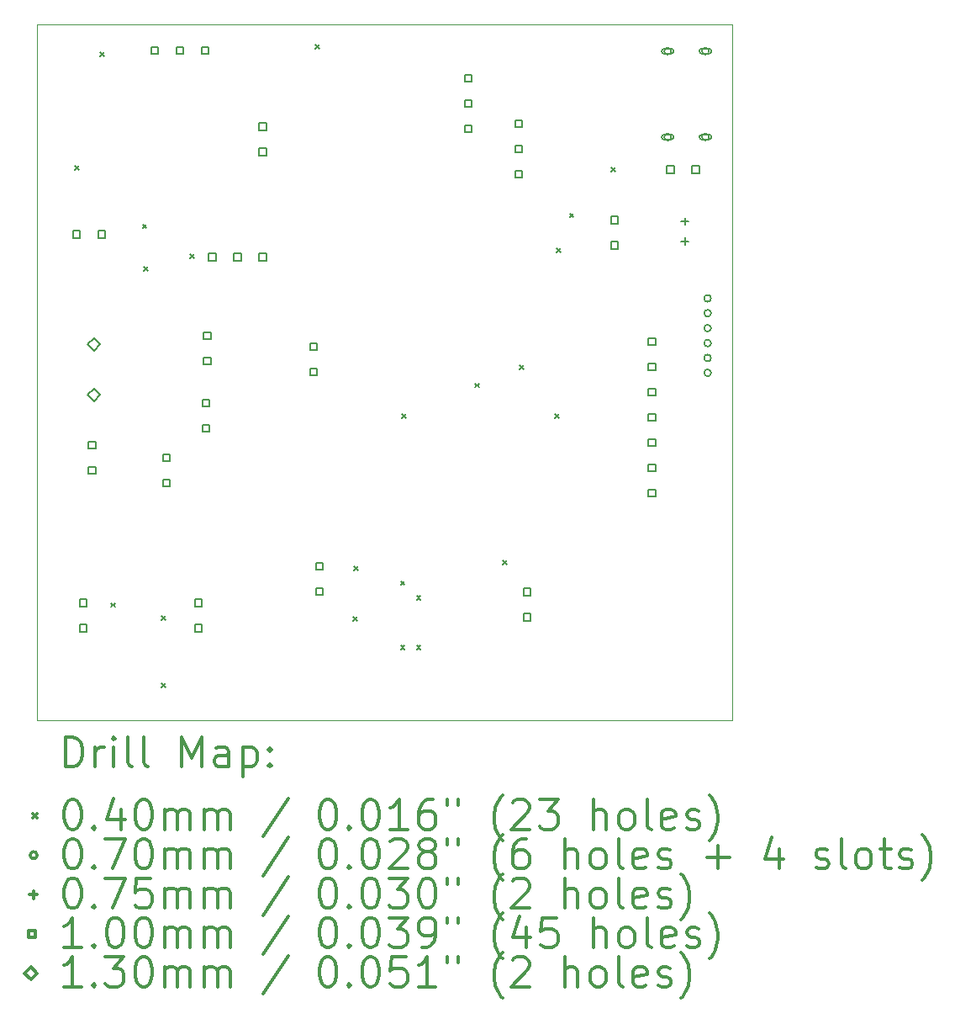
<source format=gbr>
%FSLAX45Y45*%
G04 Gerber Fmt 4.5, Leading zero omitted, Abs format (unit mm)*
G04 Created by KiCad (PCBNEW (5.1.5-0)) date 2022-02-24 14:37:57*
%MOMM*%
%LPD*%
G04 APERTURE LIST*
%TA.AperFunction,Profile*%
%ADD10C,0.050000*%
%TD*%
%ADD11C,0.200000*%
%ADD12C,0.300000*%
G04 APERTURE END LIST*
D10*
X11000000Y-12000000D02*
X11000000Y-5000000D01*
X18000000Y-12000000D02*
X11000000Y-12000000D01*
X18000000Y-5000000D02*
X18000000Y-12000000D01*
X11000000Y-5000000D02*
X18000000Y-5000000D01*
D11*
X11380000Y-6420000D02*
X11420000Y-6460000D01*
X11420000Y-6420000D02*
X11380000Y-6460000D01*
X11630000Y-5280000D02*
X11670000Y-5320000D01*
X11670000Y-5280000D02*
X11630000Y-5320000D01*
X11740000Y-10820000D02*
X11780000Y-10860000D01*
X11780000Y-10820000D02*
X11740000Y-10860000D01*
X12060000Y-7010000D02*
X12100000Y-7050000D01*
X12100000Y-7010000D02*
X12060000Y-7050000D01*
X12070000Y-7440000D02*
X12110000Y-7480000D01*
X12110000Y-7440000D02*
X12070000Y-7480000D01*
X12250000Y-10950000D02*
X12290000Y-10990000D01*
X12290000Y-10950000D02*
X12250000Y-10990000D01*
X12250000Y-11630000D02*
X12290000Y-11670000D01*
X12290000Y-11630000D02*
X12250000Y-11670000D01*
X12540000Y-7310000D02*
X12580000Y-7350000D01*
X12580000Y-7310000D02*
X12540000Y-7350000D01*
X13800000Y-5200000D02*
X13840000Y-5240000D01*
X13840000Y-5200000D02*
X13800000Y-5240000D01*
X14180000Y-10960000D02*
X14220000Y-11000000D01*
X14220000Y-10960000D02*
X14180000Y-11000000D01*
X14190000Y-10450000D02*
X14230000Y-10490000D01*
X14230000Y-10450000D02*
X14190000Y-10490000D01*
X14660000Y-10600000D02*
X14700000Y-10640000D01*
X14700000Y-10600000D02*
X14660000Y-10640000D01*
X14660000Y-11250000D02*
X14700000Y-11290000D01*
X14700000Y-11250000D02*
X14660000Y-11290000D01*
X14670000Y-8920000D02*
X14710000Y-8960000D01*
X14710000Y-8920000D02*
X14670000Y-8960000D01*
X14820000Y-10750000D02*
X14860000Y-10790000D01*
X14860000Y-10750000D02*
X14820000Y-10790000D01*
X14820000Y-11250000D02*
X14860000Y-11290000D01*
X14860000Y-11250000D02*
X14820000Y-11290000D01*
X15410000Y-8610000D02*
X15450000Y-8650000D01*
X15450000Y-8610000D02*
X15410000Y-8650000D01*
X15690000Y-10390000D02*
X15730000Y-10430000D01*
X15730000Y-10390000D02*
X15690000Y-10430000D01*
X15860000Y-8430000D02*
X15900000Y-8470000D01*
X15900000Y-8430000D02*
X15860000Y-8470000D01*
X16210000Y-8920000D02*
X16250000Y-8960000D01*
X16250000Y-8920000D02*
X16210000Y-8960000D01*
X16230000Y-7250000D02*
X16270000Y-7290000D01*
X16270000Y-7250000D02*
X16230000Y-7290000D01*
X16360000Y-6900000D02*
X16400000Y-6940000D01*
X16400000Y-6900000D02*
X16360000Y-6940000D01*
X16780000Y-6440000D02*
X16820000Y-6480000D01*
X16820000Y-6440000D02*
X16780000Y-6480000D01*
X17382500Y-5268000D02*
G75*
G03X17382500Y-5268000I-35000J0D01*
G01*
X17312450Y-5293000D02*
X17382550Y-5293000D01*
X17312450Y-5243000D02*
X17382550Y-5243000D01*
X17382550Y-5293000D02*
G75*
G03X17382550Y-5243000I0J25000D01*
G01*
X17312450Y-5243000D02*
G75*
G03X17312450Y-5293000I0J-25000D01*
G01*
X17382500Y-6132000D02*
G75*
G03X17382500Y-6132000I-35000J0D01*
G01*
X17312450Y-6157000D02*
X17382550Y-6157000D01*
X17312450Y-6107000D02*
X17382550Y-6107000D01*
X17382550Y-6157000D02*
G75*
G03X17382550Y-6107000I0J25000D01*
G01*
X17312450Y-6107000D02*
G75*
G03X17312450Y-6157000I0J-25000D01*
G01*
X17762500Y-5268000D02*
G75*
G03X17762500Y-5268000I-35000J0D01*
G01*
X17692450Y-5293000D02*
X17762550Y-5293000D01*
X17692450Y-5243000D02*
X17762550Y-5243000D01*
X17762550Y-5293000D02*
G75*
G03X17762550Y-5243000I0J25000D01*
G01*
X17692450Y-5243000D02*
G75*
G03X17692450Y-5293000I0J-25000D01*
G01*
X17762500Y-6132000D02*
G75*
G03X17762500Y-6132000I-35000J0D01*
G01*
X17692450Y-6157000D02*
X17762550Y-6157000D01*
X17692450Y-6107000D02*
X17762550Y-6107000D01*
X17762550Y-6157000D02*
G75*
G03X17762550Y-6107000I0J25000D01*
G01*
X17692450Y-6107000D02*
G75*
G03X17692450Y-6157000I0J-25000D01*
G01*
X17785000Y-7755000D02*
G75*
G03X17785000Y-7755000I-35000J0D01*
G01*
X17785000Y-7905000D02*
G75*
G03X17785000Y-7905000I-35000J0D01*
G01*
X17785000Y-8055000D02*
G75*
G03X17785000Y-8055000I-35000J0D01*
G01*
X17785000Y-8205000D02*
G75*
G03X17785000Y-8205000I-35000J0D01*
G01*
X17785000Y-8355000D02*
G75*
G03X17785000Y-8355000I-35000J0D01*
G01*
X17785000Y-8505000D02*
G75*
G03X17785000Y-8505000I-35000J0D01*
G01*
X17520000Y-6942500D02*
X17520000Y-7017500D01*
X17482500Y-6980000D02*
X17557500Y-6980000D01*
X17520000Y-7142500D02*
X17520000Y-7217500D01*
X17482500Y-7180000D02*
X17557500Y-7180000D01*
X12335356Y-9395356D02*
X12335356Y-9324644D01*
X12264644Y-9324644D01*
X12264644Y-9395356D01*
X12335356Y-9395356D01*
X12335356Y-9649356D02*
X12335356Y-9578644D01*
X12264644Y-9578644D01*
X12264644Y-9649356D01*
X12335356Y-9649356D01*
X16845356Y-7001356D02*
X16845356Y-6930644D01*
X16774644Y-6930644D01*
X16774644Y-7001356D01*
X16845356Y-7001356D01*
X16845356Y-7255356D02*
X16845356Y-7184644D01*
X16774644Y-7184644D01*
X16774644Y-7255356D01*
X16845356Y-7255356D01*
X13305356Y-6061356D02*
X13305356Y-5990644D01*
X13234644Y-5990644D01*
X13234644Y-6061356D01*
X13305356Y-6061356D01*
X13305356Y-6315356D02*
X13305356Y-6244644D01*
X13234644Y-6244644D01*
X13234644Y-6315356D01*
X13305356Y-6315356D01*
X17225356Y-8225356D02*
X17225356Y-8154644D01*
X17154644Y-8154644D01*
X17154644Y-8225356D01*
X17225356Y-8225356D01*
X17225356Y-8479356D02*
X17225356Y-8408644D01*
X17154644Y-8408644D01*
X17154644Y-8479356D01*
X17225356Y-8479356D01*
X17225356Y-8733356D02*
X17225356Y-8662644D01*
X17154644Y-8662644D01*
X17154644Y-8733356D01*
X17225356Y-8733356D01*
X17225356Y-8987356D02*
X17225356Y-8916644D01*
X17154644Y-8916644D01*
X17154644Y-8987356D01*
X17225356Y-8987356D01*
X17225356Y-9241356D02*
X17225356Y-9170644D01*
X17154644Y-9170644D01*
X17154644Y-9241356D01*
X17225356Y-9241356D01*
X17225356Y-9495356D02*
X17225356Y-9424644D01*
X17154644Y-9424644D01*
X17154644Y-9495356D01*
X17225356Y-9495356D01*
X17225356Y-9749356D02*
X17225356Y-9678644D01*
X17154644Y-9678644D01*
X17154644Y-9749356D01*
X17225356Y-9749356D01*
X12215356Y-5295356D02*
X12215356Y-5224644D01*
X12144644Y-5224644D01*
X12144644Y-5295356D01*
X12215356Y-5295356D01*
X12469356Y-5295356D02*
X12469356Y-5224644D01*
X12398644Y-5224644D01*
X12398644Y-5295356D01*
X12469356Y-5295356D01*
X12723356Y-5295356D02*
X12723356Y-5224644D01*
X12652644Y-5224644D01*
X12652644Y-5295356D01*
X12723356Y-5295356D01*
X11431356Y-7145356D02*
X11431356Y-7074644D01*
X11360644Y-7074644D01*
X11360644Y-7145356D01*
X11431356Y-7145356D01*
X11685356Y-7145356D02*
X11685356Y-7074644D01*
X11614644Y-7074644D01*
X11614644Y-7145356D01*
X11685356Y-7145356D01*
X17411356Y-6495356D02*
X17411356Y-6424644D01*
X17340644Y-6424644D01*
X17340644Y-6495356D01*
X17411356Y-6495356D01*
X17665356Y-6495356D02*
X17665356Y-6424644D01*
X17594644Y-6424644D01*
X17594644Y-6495356D01*
X17665356Y-6495356D01*
X11585356Y-9265356D02*
X11585356Y-9194644D01*
X11514644Y-9194644D01*
X11514644Y-9265356D01*
X11585356Y-9265356D01*
X11585356Y-9519356D02*
X11585356Y-9448644D01*
X11514644Y-9448644D01*
X11514644Y-9519356D01*
X11585356Y-9519356D01*
X13815356Y-8275356D02*
X13815356Y-8204644D01*
X13744644Y-8204644D01*
X13744644Y-8275356D01*
X13815356Y-8275356D01*
X13815356Y-8529356D02*
X13815356Y-8458644D01*
X13744644Y-8458644D01*
X13744644Y-8529356D01*
X13815356Y-8529356D01*
X13875356Y-10485356D02*
X13875356Y-10414644D01*
X13804644Y-10414644D01*
X13804644Y-10485356D01*
X13875356Y-10485356D01*
X13875356Y-10739356D02*
X13875356Y-10668644D01*
X13804644Y-10668644D01*
X13804644Y-10739356D01*
X13875356Y-10739356D01*
X11495356Y-10855356D02*
X11495356Y-10784644D01*
X11424644Y-10784644D01*
X11424644Y-10855356D01*
X11495356Y-10855356D01*
X11495356Y-11109356D02*
X11495356Y-11038644D01*
X11424644Y-11038644D01*
X11424644Y-11109356D01*
X11495356Y-11109356D01*
X15375356Y-5575356D02*
X15375356Y-5504644D01*
X15304644Y-5504644D01*
X15304644Y-5575356D01*
X15375356Y-5575356D01*
X15375356Y-5829356D02*
X15375356Y-5758644D01*
X15304644Y-5758644D01*
X15304644Y-5829356D01*
X15375356Y-5829356D01*
X15375356Y-6083356D02*
X15375356Y-6012644D01*
X15304644Y-6012644D01*
X15304644Y-6083356D01*
X15375356Y-6083356D01*
X15885356Y-6035356D02*
X15885356Y-5964644D01*
X15814644Y-5964644D01*
X15814644Y-6035356D01*
X15885356Y-6035356D01*
X15885356Y-6289356D02*
X15885356Y-6218644D01*
X15814644Y-6218644D01*
X15814644Y-6289356D01*
X15885356Y-6289356D01*
X15885356Y-6543356D02*
X15885356Y-6472644D01*
X15814644Y-6472644D01*
X15814644Y-6543356D01*
X15885356Y-6543356D01*
X12795356Y-7375356D02*
X12795356Y-7304644D01*
X12724644Y-7304644D01*
X12724644Y-7375356D01*
X12795356Y-7375356D01*
X13049356Y-7375356D02*
X13049356Y-7304644D01*
X12978644Y-7304644D01*
X12978644Y-7375356D01*
X13049356Y-7375356D01*
X13303356Y-7375356D02*
X13303356Y-7304644D01*
X13232644Y-7304644D01*
X13232644Y-7375356D01*
X13303356Y-7375356D01*
X12655356Y-10855356D02*
X12655356Y-10784644D01*
X12584644Y-10784644D01*
X12584644Y-10855356D01*
X12655356Y-10855356D01*
X12655356Y-11109356D02*
X12655356Y-11038644D01*
X12584644Y-11038644D01*
X12584644Y-11109356D01*
X12655356Y-11109356D01*
X12735356Y-8845356D02*
X12735356Y-8774644D01*
X12664644Y-8774644D01*
X12664644Y-8845356D01*
X12735356Y-8845356D01*
X12735356Y-9099356D02*
X12735356Y-9028644D01*
X12664644Y-9028644D01*
X12664644Y-9099356D01*
X12735356Y-9099356D01*
X12745356Y-8165356D02*
X12745356Y-8094644D01*
X12674644Y-8094644D01*
X12674644Y-8165356D01*
X12745356Y-8165356D01*
X12745356Y-8419356D02*
X12745356Y-8348644D01*
X12674644Y-8348644D01*
X12674644Y-8419356D01*
X12745356Y-8419356D01*
X15965356Y-10745356D02*
X15965356Y-10674644D01*
X15894644Y-10674644D01*
X15894644Y-10745356D01*
X15965356Y-10745356D01*
X15965356Y-10999356D02*
X15965356Y-10928644D01*
X15894644Y-10928644D01*
X15894644Y-10999356D01*
X15965356Y-10999356D01*
X11570000Y-8285000D02*
X11635000Y-8220000D01*
X11570000Y-8155000D01*
X11505000Y-8220000D01*
X11570000Y-8285000D01*
X11570000Y-8793000D02*
X11635000Y-8728000D01*
X11570000Y-8663000D01*
X11505000Y-8728000D01*
X11570000Y-8793000D01*
D12*
X11283928Y-12468214D02*
X11283928Y-12168214D01*
X11355357Y-12168214D01*
X11398214Y-12182500D01*
X11426786Y-12211071D01*
X11441071Y-12239643D01*
X11455357Y-12296786D01*
X11455357Y-12339643D01*
X11441071Y-12396786D01*
X11426786Y-12425357D01*
X11398214Y-12453929D01*
X11355357Y-12468214D01*
X11283928Y-12468214D01*
X11583928Y-12468214D02*
X11583928Y-12268214D01*
X11583928Y-12325357D02*
X11598214Y-12296786D01*
X11612500Y-12282500D01*
X11641071Y-12268214D01*
X11669643Y-12268214D01*
X11769643Y-12468214D02*
X11769643Y-12268214D01*
X11769643Y-12168214D02*
X11755357Y-12182500D01*
X11769643Y-12196786D01*
X11783928Y-12182500D01*
X11769643Y-12168214D01*
X11769643Y-12196786D01*
X11955357Y-12468214D02*
X11926786Y-12453929D01*
X11912500Y-12425357D01*
X11912500Y-12168214D01*
X12112500Y-12468214D02*
X12083928Y-12453929D01*
X12069643Y-12425357D01*
X12069643Y-12168214D01*
X12455357Y-12468214D02*
X12455357Y-12168214D01*
X12555357Y-12382500D01*
X12655357Y-12168214D01*
X12655357Y-12468214D01*
X12926786Y-12468214D02*
X12926786Y-12311071D01*
X12912500Y-12282500D01*
X12883928Y-12268214D01*
X12826786Y-12268214D01*
X12798214Y-12282500D01*
X12926786Y-12453929D02*
X12898214Y-12468214D01*
X12826786Y-12468214D01*
X12798214Y-12453929D01*
X12783928Y-12425357D01*
X12783928Y-12396786D01*
X12798214Y-12368214D01*
X12826786Y-12353929D01*
X12898214Y-12353929D01*
X12926786Y-12339643D01*
X13069643Y-12268214D02*
X13069643Y-12568214D01*
X13069643Y-12282500D02*
X13098214Y-12268214D01*
X13155357Y-12268214D01*
X13183928Y-12282500D01*
X13198214Y-12296786D01*
X13212500Y-12325357D01*
X13212500Y-12411071D01*
X13198214Y-12439643D01*
X13183928Y-12453929D01*
X13155357Y-12468214D01*
X13098214Y-12468214D01*
X13069643Y-12453929D01*
X13341071Y-12439643D02*
X13355357Y-12453929D01*
X13341071Y-12468214D01*
X13326786Y-12453929D01*
X13341071Y-12439643D01*
X13341071Y-12468214D01*
X13341071Y-12282500D02*
X13355357Y-12296786D01*
X13341071Y-12311071D01*
X13326786Y-12296786D01*
X13341071Y-12282500D01*
X13341071Y-12311071D01*
X10957500Y-12942500D02*
X10997500Y-12982500D01*
X10997500Y-12942500D02*
X10957500Y-12982500D01*
X11341071Y-12798214D02*
X11369643Y-12798214D01*
X11398214Y-12812500D01*
X11412500Y-12826786D01*
X11426786Y-12855357D01*
X11441071Y-12912500D01*
X11441071Y-12983929D01*
X11426786Y-13041071D01*
X11412500Y-13069643D01*
X11398214Y-13083929D01*
X11369643Y-13098214D01*
X11341071Y-13098214D01*
X11312500Y-13083929D01*
X11298214Y-13069643D01*
X11283928Y-13041071D01*
X11269643Y-12983929D01*
X11269643Y-12912500D01*
X11283928Y-12855357D01*
X11298214Y-12826786D01*
X11312500Y-12812500D01*
X11341071Y-12798214D01*
X11569643Y-13069643D02*
X11583928Y-13083929D01*
X11569643Y-13098214D01*
X11555357Y-13083929D01*
X11569643Y-13069643D01*
X11569643Y-13098214D01*
X11841071Y-12898214D02*
X11841071Y-13098214D01*
X11769643Y-12783929D02*
X11698214Y-12998214D01*
X11883928Y-12998214D01*
X12055357Y-12798214D02*
X12083928Y-12798214D01*
X12112500Y-12812500D01*
X12126786Y-12826786D01*
X12141071Y-12855357D01*
X12155357Y-12912500D01*
X12155357Y-12983929D01*
X12141071Y-13041071D01*
X12126786Y-13069643D01*
X12112500Y-13083929D01*
X12083928Y-13098214D01*
X12055357Y-13098214D01*
X12026786Y-13083929D01*
X12012500Y-13069643D01*
X11998214Y-13041071D01*
X11983928Y-12983929D01*
X11983928Y-12912500D01*
X11998214Y-12855357D01*
X12012500Y-12826786D01*
X12026786Y-12812500D01*
X12055357Y-12798214D01*
X12283928Y-13098214D02*
X12283928Y-12898214D01*
X12283928Y-12926786D02*
X12298214Y-12912500D01*
X12326786Y-12898214D01*
X12369643Y-12898214D01*
X12398214Y-12912500D01*
X12412500Y-12941071D01*
X12412500Y-13098214D01*
X12412500Y-12941071D02*
X12426786Y-12912500D01*
X12455357Y-12898214D01*
X12498214Y-12898214D01*
X12526786Y-12912500D01*
X12541071Y-12941071D01*
X12541071Y-13098214D01*
X12683928Y-13098214D02*
X12683928Y-12898214D01*
X12683928Y-12926786D02*
X12698214Y-12912500D01*
X12726786Y-12898214D01*
X12769643Y-12898214D01*
X12798214Y-12912500D01*
X12812500Y-12941071D01*
X12812500Y-13098214D01*
X12812500Y-12941071D02*
X12826786Y-12912500D01*
X12855357Y-12898214D01*
X12898214Y-12898214D01*
X12926786Y-12912500D01*
X12941071Y-12941071D01*
X12941071Y-13098214D01*
X13526786Y-12783929D02*
X13269643Y-13169643D01*
X13912500Y-12798214D02*
X13941071Y-12798214D01*
X13969643Y-12812500D01*
X13983928Y-12826786D01*
X13998214Y-12855357D01*
X14012500Y-12912500D01*
X14012500Y-12983929D01*
X13998214Y-13041071D01*
X13983928Y-13069643D01*
X13969643Y-13083929D01*
X13941071Y-13098214D01*
X13912500Y-13098214D01*
X13883928Y-13083929D01*
X13869643Y-13069643D01*
X13855357Y-13041071D01*
X13841071Y-12983929D01*
X13841071Y-12912500D01*
X13855357Y-12855357D01*
X13869643Y-12826786D01*
X13883928Y-12812500D01*
X13912500Y-12798214D01*
X14141071Y-13069643D02*
X14155357Y-13083929D01*
X14141071Y-13098214D01*
X14126786Y-13083929D01*
X14141071Y-13069643D01*
X14141071Y-13098214D01*
X14341071Y-12798214D02*
X14369643Y-12798214D01*
X14398214Y-12812500D01*
X14412500Y-12826786D01*
X14426786Y-12855357D01*
X14441071Y-12912500D01*
X14441071Y-12983929D01*
X14426786Y-13041071D01*
X14412500Y-13069643D01*
X14398214Y-13083929D01*
X14369643Y-13098214D01*
X14341071Y-13098214D01*
X14312500Y-13083929D01*
X14298214Y-13069643D01*
X14283928Y-13041071D01*
X14269643Y-12983929D01*
X14269643Y-12912500D01*
X14283928Y-12855357D01*
X14298214Y-12826786D01*
X14312500Y-12812500D01*
X14341071Y-12798214D01*
X14726786Y-13098214D02*
X14555357Y-13098214D01*
X14641071Y-13098214D02*
X14641071Y-12798214D01*
X14612500Y-12841071D01*
X14583928Y-12869643D01*
X14555357Y-12883929D01*
X14983928Y-12798214D02*
X14926786Y-12798214D01*
X14898214Y-12812500D01*
X14883928Y-12826786D01*
X14855357Y-12869643D01*
X14841071Y-12926786D01*
X14841071Y-13041071D01*
X14855357Y-13069643D01*
X14869643Y-13083929D01*
X14898214Y-13098214D01*
X14955357Y-13098214D01*
X14983928Y-13083929D01*
X14998214Y-13069643D01*
X15012500Y-13041071D01*
X15012500Y-12969643D01*
X14998214Y-12941071D01*
X14983928Y-12926786D01*
X14955357Y-12912500D01*
X14898214Y-12912500D01*
X14869643Y-12926786D01*
X14855357Y-12941071D01*
X14841071Y-12969643D01*
X15126786Y-12798214D02*
X15126786Y-12855357D01*
X15241071Y-12798214D02*
X15241071Y-12855357D01*
X15683928Y-13212500D02*
X15669643Y-13198214D01*
X15641071Y-13155357D01*
X15626786Y-13126786D01*
X15612500Y-13083929D01*
X15598214Y-13012500D01*
X15598214Y-12955357D01*
X15612500Y-12883929D01*
X15626786Y-12841071D01*
X15641071Y-12812500D01*
X15669643Y-12769643D01*
X15683928Y-12755357D01*
X15783928Y-12826786D02*
X15798214Y-12812500D01*
X15826786Y-12798214D01*
X15898214Y-12798214D01*
X15926786Y-12812500D01*
X15941071Y-12826786D01*
X15955357Y-12855357D01*
X15955357Y-12883929D01*
X15941071Y-12926786D01*
X15769643Y-13098214D01*
X15955357Y-13098214D01*
X16055357Y-12798214D02*
X16241071Y-12798214D01*
X16141071Y-12912500D01*
X16183928Y-12912500D01*
X16212500Y-12926786D01*
X16226786Y-12941071D01*
X16241071Y-12969643D01*
X16241071Y-13041071D01*
X16226786Y-13069643D01*
X16212500Y-13083929D01*
X16183928Y-13098214D01*
X16098214Y-13098214D01*
X16069643Y-13083929D01*
X16055357Y-13069643D01*
X16598214Y-13098214D02*
X16598214Y-12798214D01*
X16726786Y-13098214D02*
X16726786Y-12941071D01*
X16712500Y-12912500D01*
X16683928Y-12898214D01*
X16641071Y-12898214D01*
X16612500Y-12912500D01*
X16598214Y-12926786D01*
X16912500Y-13098214D02*
X16883928Y-13083929D01*
X16869643Y-13069643D01*
X16855357Y-13041071D01*
X16855357Y-12955357D01*
X16869643Y-12926786D01*
X16883928Y-12912500D01*
X16912500Y-12898214D01*
X16955357Y-12898214D01*
X16983928Y-12912500D01*
X16998214Y-12926786D01*
X17012500Y-12955357D01*
X17012500Y-13041071D01*
X16998214Y-13069643D01*
X16983928Y-13083929D01*
X16955357Y-13098214D01*
X16912500Y-13098214D01*
X17183928Y-13098214D02*
X17155357Y-13083929D01*
X17141071Y-13055357D01*
X17141071Y-12798214D01*
X17412500Y-13083929D02*
X17383928Y-13098214D01*
X17326786Y-13098214D01*
X17298214Y-13083929D01*
X17283928Y-13055357D01*
X17283928Y-12941071D01*
X17298214Y-12912500D01*
X17326786Y-12898214D01*
X17383928Y-12898214D01*
X17412500Y-12912500D01*
X17426786Y-12941071D01*
X17426786Y-12969643D01*
X17283928Y-12998214D01*
X17541071Y-13083929D02*
X17569643Y-13098214D01*
X17626786Y-13098214D01*
X17655357Y-13083929D01*
X17669643Y-13055357D01*
X17669643Y-13041071D01*
X17655357Y-13012500D01*
X17626786Y-12998214D01*
X17583928Y-12998214D01*
X17555357Y-12983929D01*
X17541071Y-12955357D01*
X17541071Y-12941071D01*
X17555357Y-12912500D01*
X17583928Y-12898214D01*
X17626786Y-12898214D01*
X17655357Y-12912500D01*
X17769643Y-13212500D02*
X17783928Y-13198214D01*
X17812500Y-13155357D01*
X17826786Y-13126786D01*
X17841071Y-13083929D01*
X17855357Y-13012500D01*
X17855357Y-12955357D01*
X17841071Y-12883929D01*
X17826786Y-12841071D01*
X17812500Y-12812500D01*
X17783928Y-12769643D01*
X17769643Y-12755357D01*
X10997500Y-13358500D02*
G75*
G03X10997500Y-13358500I-35000J0D01*
G01*
X11341071Y-13194214D02*
X11369643Y-13194214D01*
X11398214Y-13208500D01*
X11412500Y-13222786D01*
X11426786Y-13251357D01*
X11441071Y-13308500D01*
X11441071Y-13379929D01*
X11426786Y-13437071D01*
X11412500Y-13465643D01*
X11398214Y-13479929D01*
X11369643Y-13494214D01*
X11341071Y-13494214D01*
X11312500Y-13479929D01*
X11298214Y-13465643D01*
X11283928Y-13437071D01*
X11269643Y-13379929D01*
X11269643Y-13308500D01*
X11283928Y-13251357D01*
X11298214Y-13222786D01*
X11312500Y-13208500D01*
X11341071Y-13194214D01*
X11569643Y-13465643D02*
X11583928Y-13479929D01*
X11569643Y-13494214D01*
X11555357Y-13479929D01*
X11569643Y-13465643D01*
X11569643Y-13494214D01*
X11683928Y-13194214D02*
X11883928Y-13194214D01*
X11755357Y-13494214D01*
X12055357Y-13194214D02*
X12083928Y-13194214D01*
X12112500Y-13208500D01*
X12126786Y-13222786D01*
X12141071Y-13251357D01*
X12155357Y-13308500D01*
X12155357Y-13379929D01*
X12141071Y-13437071D01*
X12126786Y-13465643D01*
X12112500Y-13479929D01*
X12083928Y-13494214D01*
X12055357Y-13494214D01*
X12026786Y-13479929D01*
X12012500Y-13465643D01*
X11998214Y-13437071D01*
X11983928Y-13379929D01*
X11983928Y-13308500D01*
X11998214Y-13251357D01*
X12012500Y-13222786D01*
X12026786Y-13208500D01*
X12055357Y-13194214D01*
X12283928Y-13494214D02*
X12283928Y-13294214D01*
X12283928Y-13322786D02*
X12298214Y-13308500D01*
X12326786Y-13294214D01*
X12369643Y-13294214D01*
X12398214Y-13308500D01*
X12412500Y-13337071D01*
X12412500Y-13494214D01*
X12412500Y-13337071D02*
X12426786Y-13308500D01*
X12455357Y-13294214D01*
X12498214Y-13294214D01*
X12526786Y-13308500D01*
X12541071Y-13337071D01*
X12541071Y-13494214D01*
X12683928Y-13494214D02*
X12683928Y-13294214D01*
X12683928Y-13322786D02*
X12698214Y-13308500D01*
X12726786Y-13294214D01*
X12769643Y-13294214D01*
X12798214Y-13308500D01*
X12812500Y-13337071D01*
X12812500Y-13494214D01*
X12812500Y-13337071D02*
X12826786Y-13308500D01*
X12855357Y-13294214D01*
X12898214Y-13294214D01*
X12926786Y-13308500D01*
X12941071Y-13337071D01*
X12941071Y-13494214D01*
X13526786Y-13179929D02*
X13269643Y-13565643D01*
X13912500Y-13194214D02*
X13941071Y-13194214D01*
X13969643Y-13208500D01*
X13983928Y-13222786D01*
X13998214Y-13251357D01*
X14012500Y-13308500D01*
X14012500Y-13379929D01*
X13998214Y-13437071D01*
X13983928Y-13465643D01*
X13969643Y-13479929D01*
X13941071Y-13494214D01*
X13912500Y-13494214D01*
X13883928Y-13479929D01*
X13869643Y-13465643D01*
X13855357Y-13437071D01*
X13841071Y-13379929D01*
X13841071Y-13308500D01*
X13855357Y-13251357D01*
X13869643Y-13222786D01*
X13883928Y-13208500D01*
X13912500Y-13194214D01*
X14141071Y-13465643D02*
X14155357Y-13479929D01*
X14141071Y-13494214D01*
X14126786Y-13479929D01*
X14141071Y-13465643D01*
X14141071Y-13494214D01*
X14341071Y-13194214D02*
X14369643Y-13194214D01*
X14398214Y-13208500D01*
X14412500Y-13222786D01*
X14426786Y-13251357D01*
X14441071Y-13308500D01*
X14441071Y-13379929D01*
X14426786Y-13437071D01*
X14412500Y-13465643D01*
X14398214Y-13479929D01*
X14369643Y-13494214D01*
X14341071Y-13494214D01*
X14312500Y-13479929D01*
X14298214Y-13465643D01*
X14283928Y-13437071D01*
X14269643Y-13379929D01*
X14269643Y-13308500D01*
X14283928Y-13251357D01*
X14298214Y-13222786D01*
X14312500Y-13208500D01*
X14341071Y-13194214D01*
X14555357Y-13222786D02*
X14569643Y-13208500D01*
X14598214Y-13194214D01*
X14669643Y-13194214D01*
X14698214Y-13208500D01*
X14712500Y-13222786D01*
X14726786Y-13251357D01*
X14726786Y-13279929D01*
X14712500Y-13322786D01*
X14541071Y-13494214D01*
X14726786Y-13494214D01*
X14898214Y-13322786D02*
X14869643Y-13308500D01*
X14855357Y-13294214D01*
X14841071Y-13265643D01*
X14841071Y-13251357D01*
X14855357Y-13222786D01*
X14869643Y-13208500D01*
X14898214Y-13194214D01*
X14955357Y-13194214D01*
X14983928Y-13208500D01*
X14998214Y-13222786D01*
X15012500Y-13251357D01*
X15012500Y-13265643D01*
X14998214Y-13294214D01*
X14983928Y-13308500D01*
X14955357Y-13322786D01*
X14898214Y-13322786D01*
X14869643Y-13337071D01*
X14855357Y-13351357D01*
X14841071Y-13379929D01*
X14841071Y-13437071D01*
X14855357Y-13465643D01*
X14869643Y-13479929D01*
X14898214Y-13494214D01*
X14955357Y-13494214D01*
X14983928Y-13479929D01*
X14998214Y-13465643D01*
X15012500Y-13437071D01*
X15012500Y-13379929D01*
X14998214Y-13351357D01*
X14983928Y-13337071D01*
X14955357Y-13322786D01*
X15126786Y-13194214D02*
X15126786Y-13251357D01*
X15241071Y-13194214D02*
X15241071Y-13251357D01*
X15683928Y-13608500D02*
X15669643Y-13594214D01*
X15641071Y-13551357D01*
X15626786Y-13522786D01*
X15612500Y-13479929D01*
X15598214Y-13408500D01*
X15598214Y-13351357D01*
X15612500Y-13279929D01*
X15626786Y-13237071D01*
X15641071Y-13208500D01*
X15669643Y-13165643D01*
X15683928Y-13151357D01*
X15926786Y-13194214D02*
X15869643Y-13194214D01*
X15841071Y-13208500D01*
X15826786Y-13222786D01*
X15798214Y-13265643D01*
X15783928Y-13322786D01*
X15783928Y-13437071D01*
X15798214Y-13465643D01*
X15812500Y-13479929D01*
X15841071Y-13494214D01*
X15898214Y-13494214D01*
X15926786Y-13479929D01*
X15941071Y-13465643D01*
X15955357Y-13437071D01*
X15955357Y-13365643D01*
X15941071Y-13337071D01*
X15926786Y-13322786D01*
X15898214Y-13308500D01*
X15841071Y-13308500D01*
X15812500Y-13322786D01*
X15798214Y-13337071D01*
X15783928Y-13365643D01*
X16312500Y-13494214D02*
X16312500Y-13194214D01*
X16441071Y-13494214D02*
X16441071Y-13337071D01*
X16426786Y-13308500D01*
X16398214Y-13294214D01*
X16355357Y-13294214D01*
X16326786Y-13308500D01*
X16312500Y-13322786D01*
X16626786Y-13494214D02*
X16598214Y-13479929D01*
X16583928Y-13465643D01*
X16569643Y-13437071D01*
X16569643Y-13351357D01*
X16583928Y-13322786D01*
X16598214Y-13308500D01*
X16626786Y-13294214D01*
X16669643Y-13294214D01*
X16698214Y-13308500D01*
X16712500Y-13322786D01*
X16726786Y-13351357D01*
X16726786Y-13437071D01*
X16712500Y-13465643D01*
X16698214Y-13479929D01*
X16669643Y-13494214D01*
X16626786Y-13494214D01*
X16898214Y-13494214D02*
X16869643Y-13479929D01*
X16855357Y-13451357D01*
X16855357Y-13194214D01*
X17126786Y-13479929D02*
X17098214Y-13494214D01*
X17041071Y-13494214D01*
X17012500Y-13479929D01*
X16998214Y-13451357D01*
X16998214Y-13337071D01*
X17012500Y-13308500D01*
X17041071Y-13294214D01*
X17098214Y-13294214D01*
X17126786Y-13308500D01*
X17141071Y-13337071D01*
X17141071Y-13365643D01*
X16998214Y-13394214D01*
X17255357Y-13479929D02*
X17283928Y-13494214D01*
X17341071Y-13494214D01*
X17369643Y-13479929D01*
X17383928Y-13451357D01*
X17383928Y-13437071D01*
X17369643Y-13408500D01*
X17341071Y-13394214D01*
X17298214Y-13394214D01*
X17269643Y-13379929D01*
X17255357Y-13351357D01*
X17255357Y-13337071D01*
X17269643Y-13308500D01*
X17298214Y-13294214D01*
X17341071Y-13294214D01*
X17369643Y-13308500D01*
X17741071Y-13379929D02*
X17969643Y-13379929D01*
X17855357Y-13494214D02*
X17855357Y-13265643D01*
X18469643Y-13294214D02*
X18469643Y-13494214D01*
X18398214Y-13179929D02*
X18326786Y-13394214D01*
X18512500Y-13394214D01*
X18841071Y-13479929D02*
X18869643Y-13494214D01*
X18926786Y-13494214D01*
X18955357Y-13479929D01*
X18969643Y-13451357D01*
X18969643Y-13437071D01*
X18955357Y-13408500D01*
X18926786Y-13394214D01*
X18883928Y-13394214D01*
X18855357Y-13379929D01*
X18841071Y-13351357D01*
X18841071Y-13337071D01*
X18855357Y-13308500D01*
X18883928Y-13294214D01*
X18926786Y-13294214D01*
X18955357Y-13308500D01*
X19141071Y-13494214D02*
X19112500Y-13479929D01*
X19098214Y-13451357D01*
X19098214Y-13194214D01*
X19298214Y-13494214D02*
X19269643Y-13479929D01*
X19255357Y-13465643D01*
X19241071Y-13437071D01*
X19241071Y-13351357D01*
X19255357Y-13322786D01*
X19269643Y-13308500D01*
X19298214Y-13294214D01*
X19341071Y-13294214D01*
X19369643Y-13308500D01*
X19383928Y-13322786D01*
X19398214Y-13351357D01*
X19398214Y-13437071D01*
X19383928Y-13465643D01*
X19369643Y-13479929D01*
X19341071Y-13494214D01*
X19298214Y-13494214D01*
X19483928Y-13294214D02*
X19598214Y-13294214D01*
X19526786Y-13194214D02*
X19526786Y-13451357D01*
X19541071Y-13479929D01*
X19569643Y-13494214D01*
X19598214Y-13494214D01*
X19683928Y-13479929D02*
X19712500Y-13494214D01*
X19769643Y-13494214D01*
X19798214Y-13479929D01*
X19812500Y-13451357D01*
X19812500Y-13437071D01*
X19798214Y-13408500D01*
X19769643Y-13394214D01*
X19726786Y-13394214D01*
X19698214Y-13379929D01*
X19683928Y-13351357D01*
X19683928Y-13337071D01*
X19698214Y-13308500D01*
X19726786Y-13294214D01*
X19769643Y-13294214D01*
X19798214Y-13308500D01*
X19912500Y-13608500D02*
X19926786Y-13594214D01*
X19955357Y-13551357D01*
X19969643Y-13522786D01*
X19983928Y-13479929D01*
X19998214Y-13408500D01*
X19998214Y-13351357D01*
X19983928Y-13279929D01*
X19969643Y-13237071D01*
X19955357Y-13208500D01*
X19926786Y-13165643D01*
X19912500Y-13151357D01*
X10960000Y-13717000D02*
X10960000Y-13792000D01*
X10922500Y-13754500D02*
X10997500Y-13754500D01*
X11341071Y-13590214D02*
X11369643Y-13590214D01*
X11398214Y-13604500D01*
X11412500Y-13618786D01*
X11426786Y-13647357D01*
X11441071Y-13704500D01*
X11441071Y-13775929D01*
X11426786Y-13833071D01*
X11412500Y-13861643D01*
X11398214Y-13875929D01*
X11369643Y-13890214D01*
X11341071Y-13890214D01*
X11312500Y-13875929D01*
X11298214Y-13861643D01*
X11283928Y-13833071D01*
X11269643Y-13775929D01*
X11269643Y-13704500D01*
X11283928Y-13647357D01*
X11298214Y-13618786D01*
X11312500Y-13604500D01*
X11341071Y-13590214D01*
X11569643Y-13861643D02*
X11583928Y-13875929D01*
X11569643Y-13890214D01*
X11555357Y-13875929D01*
X11569643Y-13861643D01*
X11569643Y-13890214D01*
X11683928Y-13590214D02*
X11883928Y-13590214D01*
X11755357Y-13890214D01*
X12141071Y-13590214D02*
X11998214Y-13590214D01*
X11983928Y-13733071D01*
X11998214Y-13718786D01*
X12026786Y-13704500D01*
X12098214Y-13704500D01*
X12126786Y-13718786D01*
X12141071Y-13733071D01*
X12155357Y-13761643D01*
X12155357Y-13833071D01*
X12141071Y-13861643D01*
X12126786Y-13875929D01*
X12098214Y-13890214D01*
X12026786Y-13890214D01*
X11998214Y-13875929D01*
X11983928Y-13861643D01*
X12283928Y-13890214D02*
X12283928Y-13690214D01*
X12283928Y-13718786D02*
X12298214Y-13704500D01*
X12326786Y-13690214D01*
X12369643Y-13690214D01*
X12398214Y-13704500D01*
X12412500Y-13733071D01*
X12412500Y-13890214D01*
X12412500Y-13733071D02*
X12426786Y-13704500D01*
X12455357Y-13690214D01*
X12498214Y-13690214D01*
X12526786Y-13704500D01*
X12541071Y-13733071D01*
X12541071Y-13890214D01*
X12683928Y-13890214D02*
X12683928Y-13690214D01*
X12683928Y-13718786D02*
X12698214Y-13704500D01*
X12726786Y-13690214D01*
X12769643Y-13690214D01*
X12798214Y-13704500D01*
X12812500Y-13733071D01*
X12812500Y-13890214D01*
X12812500Y-13733071D02*
X12826786Y-13704500D01*
X12855357Y-13690214D01*
X12898214Y-13690214D01*
X12926786Y-13704500D01*
X12941071Y-13733071D01*
X12941071Y-13890214D01*
X13526786Y-13575929D02*
X13269643Y-13961643D01*
X13912500Y-13590214D02*
X13941071Y-13590214D01*
X13969643Y-13604500D01*
X13983928Y-13618786D01*
X13998214Y-13647357D01*
X14012500Y-13704500D01*
X14012500Y-13775929D01*
X13998214Y-13833071D01*
X13983928Y-13861643D01*
X13969643Y-13875929D01*
X13941071Y-13890214D01*
X13912500Y-13890214D01*
X13883928Y-13875929D01*
X13869643Y-13861643D01*
X13855357Y-13833071D01*
X13841071Y-13775929D01*
X13841071Y-13704500D01*
X13855357Y-13647357D01*
X13869643Y-13618786D01*
X13883928Y-13604500D01*
X13912500Y-13590214D01*
X14141071Y-13861643D02*
X14155357Y-13875929D01*
X14141071Y-13890214D01*
X14126786Y-13875929D01*
X14141071Y-13861643D01*
X14141071Y-13890214D01*
X14341071Y-13590214D02*
X14369643Y-13590214D01*
X14398214Y-13604500D01*
X14412500Y-13618786D01*
X14426786Y-13647357D01*
X14441071Y-13704500D01*
X14441071Y-13775929D01*
X14426786Y-13833071D01*
X14412500Y-13861643D01*
X14398214Y-13875929D01*
X14369643Y-13890214D01*
X14341071Y-13890214D01*
X14312500Y-13875929D01*
X14298214Y-13861643D01*
X14283928Y-13833071D01*
X14269643Y-13775929D01*
X14269643Y-13704500D01*
X14283928Y-13647357D01*
X14298214Y-13618786D01*
X14312500Y-13604500D01*
X14341071Y-13590214D01*
X14541071Y-13590214D02*
X14726786Y-13590214D01*
X14626786Y-13704500D01*
X14669643Y-13704500D01*
X14698214Y-13718786D01*
X14712500Y-13733071D01*
X14726786Y-13761643D01*
X14726786Y-13833071D01*
X14712500Y-13861643D01*
X14698214Y-13875929D01*
X14669643Y-13890214D01*
X14583928Y-13890214D01*
X14555357Y-13875929D01*
X14541071Y-13861643D01*
X14912500Y-13590214D02*
X14941071Y-13590214D01*
X14969643Y-13604500D01*
X14983928Y-13618786D01*
X14998214Y-13647357D01*
X15012500Y-13704500D01*
X15012500Y-13775929D01*
X14998214Y-13833071D01*
X14983928Y-13861643D01*
X14969643Y-13875929D01*
X14941071Y-13890214D01*
X14912500Y-13890214D01*
X14883928Y-13875929D01*
X14869643Y-13861643D01*
X14855357Y-13833071D01*
X14841071Y-13775929D01*
X14841071Y-13704500D01*
X14855357Y-13647357D01*
X14869643Y-13618786D01*
X14883928Y-13604500D01*
X14912500Y-13590214D01*
X15126786Y-13590214D02*
X15126786Y-13647357D01*
X15241071Y-13590214D02*
X15241071Y-13647357D01*
X15683928Y-14004500D02*
X15669643Y-13990214D01*
X15641071Y-13947357D01*
X15626786Y-13918786D01*
X15612500Y-13875929D01*
X15598214Y-13804500D01*
X15598214Y-13747357D01*
X15612500Y-13675929D01*
X15626786Y-13633071D01*
X15641071Y-13604500D01*
X15669643Y-13561643D01*
X15683928Y-13547357D01*
X15783928Y-13618786D02*
X15798214Y-13604500D01*
X15826786Y-13590214D01*
X15898214Y-13590214D01*
X15926786Y-13604500D01*
X15941071Y-13618786D01*
X15955357Y-13647357D01*
X15955357Y-13675929D01*
X15941071Y-13718786D01*
X15769643Y-13890214D01*
X15955357Y-13890214D01*
X16312500Y-13890214D02*
X16312500Y-13590214D01*
X16441071Y-13890214D02*
X16441071Y-13733071D01*
X16426786Y-13704500D01*
X16398214Y-13690214D01*
X16355357Y-13690214D01*
X16326786Y-13704500D01*
X16312500Y-13718786D01*
X16626786Y-13890214D02*
X16598214Y-13875929D01*
X16583928Y-13861643D01*
X16569643Y-13833071D01*
X16569643Y-13747357D01*
X16583928Y-13718786D01*
X16598214Y-13704500D01*
X16626786Y-13690214D01*
X16669643Y-13690214D01*
X16698214Y-13704500D01*
X16712500Y-13718786D01*
X16726786Y-13747357D01*
X16726786Y-13833071D01*
X16712500Y-13861643D01*
X16698214Y-13875929D01*
X16669643Y-13890214D01*
X16626786Y-13890214D01*
X16898214Y-13890214D02*
X16869643Y-13875929D01*
X16855357Y-13847357D01*
X16855357Y-13590214D01*
X17126786Y-13875929D02*
X17098214Y-13890214D01*
X17041071Y-13890214D01*
X17012500Y-13875929D01*
X16998214Y-13847357D01*
X16998214Y-13733071D01*
X17012500Y-13704500D01*
X17041071Y-13690214D01*
X17098214Y-13690214D01*
X17126786Y-13704500D01*
X17141071Y-13733071D01*
X17141071Y-13761643D01*
X16998214Y-13790214D01*
X17255357Y-13875929D02*
X17283928Y-13890214D01*
X17341071Y-13890214D01*
X17369643Y-13875929D01*
X17383928Y-13847357D01*
X17383928Y-13833071D01*
X17369643Y-13804500D01*
X17341071Y-13790214D01*
X17298214Y-13790214D01*
X17269643Y-13775929D01*
X17255357Y-13747357D01*
X17255357Y-13733071D01*
X17269643Y-13704500D01*
X17298214Y-13690214D01*
X17341071Y-13690214D01*
X17369643Y-13704500D01*
X17483928Y-14004500D02*
X17498214Y-13990214D01*
X17526786Y-13947357D01*
X17541071Y-13918786D01*
X17555357Y-13875929D01*
X17569643Y-13804500D01*
X17569643Y-13747357D01*
X17555357Y-13675929D01*
X17541071Y-13633071D01*
X17526786Y-13604500D01*
X17498214Y-13561643D01*
X17483928Y-13547357D01*
X10982856Y-14185856D02*
X10982856Y-14115144D01*
X10912144Y-14115144D01*
X10912144Y-14185856D01*
X10982856Y-14185856D01*
X11441071Y-14286214D02*
X11269643Y-14286214D01*
X11355357Y-14286214D02*
X11355357Y-13986214D01*
X11326786Y-14029071D01*
X11298214Y-14057643D01*
X11269643Y-14071929D01*
X11569643Y-14257643D02*
X11583928Y-14271929D01*
X11569643Y-14286214D01*
X11555357Y-14271929D01*
X11569643Y-14257643D01*
X11569643Y-14286214D01*
X11769643Y-13986214D02*
X11798214Y-13986214D01*
X11826786Y-14000500D01*
X11841071Y-14014786D01*
X11855357Y-14043357D01*
X11869643Y-14100500D01*
X11869643Y-14171929D01*
X11855357Y-14229071D01*
X11841071Y-14257643D01*
X11826786Y-14271929D01*
X11798214Y-14286214D01*
X11769643Y-14286214D01*
X11741071Y-14271929D01*
X11726786Y-14257643D01*
X11712500Y-14229071D01*
X11698214Y-14171929D01*
X11698214Y-14100500D01*
X11712500Y-14043357D01*
X11726786Y-14014786D01*
X11741071Y-14000500D01*
X11769643Y-13986214D01*
X12055357Y-13986214D02*
X12083928Y-13986214D01*
X12112500Y-14000500D01*
X12126786Y-14014786D01*
X12141071Y-14043357D01*
X12155357Y-14100500D01*
X12155357Y-14171929D01*
X12141071Y-14229071D01*
X12126786Y-14257643D01*
X12112500Y-14271929D01*
X12083928Y-14286214D01*
X12055357Y-14286214D01*
X12026786Y-14271929D01*
X12012500Y-14257643D01*
X11998214Y-14229071D01*
X11983928Y-14171929D01*
X11983928Y-14100500D01*
X11998214Y-14043357D01*
X12012500Y-14014786D01*
X12026786Y-14000500D01*
X12055357Y-13986214D01*
X12283928Y-14286214D02*
X12283928Y-14086214D01*
X12283928Y-14114786D02*
X12298214Y-14100500D01*
X12326786Y-14086214D01*
X12369643Y-14086214D01*
X12398214Y-14100500D01*
X12412500Y-14129071D01*
X12412500Y-14286214D01*
X12412500Y-14129071D02*
X12426786Y-14100500D01*
X12455357Y-14086214D01*
X12498214Y-14086214D01*
X12526786Y-14100500D01*
X12541071Y-14129071D01*
X12541071Y-14286214D01*
X12683928Y-14286214D02*
X12683928Y-14086214D01*
X12683928Y-14114786D02*
X12698214Y-14100500D01*
X12726786Y-14086214D01*
X12769643Y-14086214D01*
X12798214Y-14100500D01*
X12812500Y-14129071D01*
X12812500Y-14286214D01*
X12812500Y-14129071D02*
X12826786Y-14100500D01*
X12855357Y-14086214D01*
X12898214Y-14086214D01*
X12926786Y-14100500D01*
X12941071Y-14129071D01*
X12941071Y-14286214D01*
X13526786Y-13971929D02*
X13269643Y-14357643D01*
X13912500Y-13986214D02*
X13941071Y-13986214D01*
X13969643Y-14000500D01*
X13983928Y-14014786D01*
X13998214Y-14043357D01*
X14012500Y-14100500D01*
X14012500Y-14171929D01*
X13998214Y-14229071D01*
X13983928Y-14257643D01*
X13969643Y-14271929D01*
X13941071Y-14286214D01*
X13912500Y-14286214D01*
X13883928Y-14271929D01*
X13869643Y-14257643D01*
X13855357Y-14229071D01*
X13841071Y-14171929D01*
X13841071Y-14100500D01*
X13855357Y-14043357D01*
X13869643Y-14014786D01*
X13883928Y-14000500D01*
X13912500Y-13986214D01*
X14141071Y-14257643D02*
X14155357Y-14271929D01*
X14141071Y-14286214D01*
X14126786Y-14271929D01*
X14141071Y-14257643D01*
X14141071Y-14286214D01*
X14341071Y-13986214D02*
X14369643Y-13986214D01*
X14398214Y-14000500D01*
X14412500Y-14014786D01*
X14426786Y-14043357D01*
X14441071Y-14100500D01*
X14441071Y-14171929D01*
X14426786Y-14229071D01*
X14412500Y-14257643D01*
X14398214Y-14271929D01*
X14369643Y-14286214D01*
X14341071Y-14286214D01*
X14312500Y-14271929D01*
X14298214Y-14257643D01*
X14283928Y-14229071D01*
X14269643Y-14171929D01*
X14269643Y-14100500D01*
X14283928Y-14043357D01*
X14298214Y-14014786D01*
X14312500Y-14000500D01*
X14341071Y-13986214D01*
X14541071Y-13986214D02*
X14726786Y-13986214D01*
X14626786Y-14100500D01*
X14669643Y-14100500D01*
X14698214Y-14114786D01*
X14712500Y-14129071D01*
X14726786Y-14157643D01*
X14726786Y-14229071D01*
X14712500Y-14257643D01*
X14698214Y-14271929D01*
X14669643Y-14286214D01*
X14583928Y-14286214D01*
X14555357Y-14271929D01*
X14541071Y-14257643D01*
X14869643Y-14286214D02*
X14926786Y-14286214D01*
X14955357Y-14271929D01*
X14969643Y-14257643D01*
X14998214Y-14214786D01*
X15012500Y-14157643D01*
X15012500Y-14043357D01*
X14998214Y-14014786D01*
X14983928Y-14000500D01*
X14955357Y-13986214D01*
X14898214Y-13986214D01*
X14869643Y-14000500D01*
X14855357Y-14014786D01*
X14841071Y-14043357D01*
X14841071Y-14114786D01*
X14855357Y-14143357D01*
X14869643Y-14157643D01*
X14898214Y-14171929D01*
X14955357Y-14171929D01*
X14983928Y-14157643D01*
X14998214Y-14143357D01*
X15012500Y-14114786D01*
X15126786Y-13986214D02*
X15126786Y-14043357D01*
X15241071Y-13986214D02*
X15241071Y-14043357D01*
X15683928Y-14400500D02*
X15669643Y-14386214D01*
X15641071Y-14343357D01*
X15626786Y-14314786D01*
X15612500Y-14271929D01*
X15598214Y-14200500D01*
X15598214Y-14143357D01*
X15612500Y-14071929D01*
X15626786Y-14029071D01*
X15641071Y-14000500D01*
X15669643Y-13957643D01*
X15683928Y-13943357D01*
X15926786Y-14086214D02*
X15926786Y-14286214D01*
X15855357Y-13971929D02*
X15783928Y-14186214D01*
X15969643Y-14186214D01*
X16226786Y-13986214D02*
X16083928Y-13986214D01*
X16069643Y-14129071D01*
X16083928Y-14114786D01*
X16112500Y-14100500D01*
X16183928Y-14100500D01*
X16212500Y-14114786D01*
X16226786Y-14129071D01*
X16241071Y-14157643D01*
X16241071Y-14229071D01*
X16226786Y-14257643D01*
X16212500Y-14271929D01*
X16183928Y-14286214D01*
X16112500Y-14286214D01*
X16083928Y-14271929D01*
X16069643Y-14257643D01*
X16598214Y-14286214D02*
X16598214Y-13986214D01*
X16726786Y-14286214D02*
X16726786Y-14129071D01*
X16712500Y-14100500D01*
X16683928Y-14086214D01*
X16641071Y-14086214D01*
X16612500Y-14100500D01*
X16598214Y-14114786D01*
X16912500Y-14286214D02*
X16883928Y-14271929D01*
X16869643Y-14257643D01*
X16855357Y-14229071D01*
X16855357Y-14143357D01*
X16869643Y-14114786D01*
X16883928Y-14100500D01*
X16912500Y-14086214D01*
X16955357Y-14086214D01*
X16983928Y-14100500D01*
X16998214Y-14114786D01*
X17012500Y-14143357D01*
X17012500Y-14229071D01*
X16998214Y-14257643D01*
X16983928Y-14271929D01*
X16955357Y-14286214D01*
X16912500Y-14286214D01*
X17183928Y-14286214D02*
X17155357Y-14271929D01*
X17141071Y-14243357D01*
X17141071Y-13986214D01*
X17412500Y-14271929D02*
X17383928Y-14286214D01*
X17326786Y-14286214D01*
X17298214Y-14271929D01*
X17283928Y-14243357D01*
X17283928Y-14129071D01*
X17298214Y-14100500D01*
X17326786Y-14086214D01*
X17383928Y-14086214D01*
X17412500Y-14100500D01*
X17426786Y-14129071D01*
X17426786Y-14157643D01*
X17283928Y-14186214D01*
X17541071Y-14271929D02*
X17569643Y-14286214D01*
X17626786Y-14286214D01*
X17655357Y-14271929D01*
X17669643Y-14243357D01*
X17669643Y-14229071D01*
X17655357Y-14200500D01*
X17626786Y-14186214D01*
X17583928Y-14186214D01*
X17555357Y-14171929D01*
X17541071Y-14143357D01*
X17541071Y-14129071D01*
X17555357Y-14100500D01*
X17583928Y-14086214D01*
X17626786Y-14086214D01*
X17655357Y-14100500D01*
X17769643Y-14400500D02*
X17783928Y-14386214D01*
X17812500Y-14343357D01*
X17826786Y-14314786D01*
X17841071Y-14271929D01*
X17855357Y-14200500D01*
X17855357Y-14143357D01*
X17841071Y-14071929D01*
X17826786Y-14029071D01*
X17812500Y-14000500D01*
X17783928Y-13957643D01*
X17769643Y-13943357D01*
X10932500Y-14611500D02*
X10997500Y-14546500D01*
X10932500Y-14481500D01*
X10867500Y-14546500D01*
X10932500Y-14611500D01*
X11441071Y-14682214D02*
X11269643Y-14682214D01*
X11355357Y-14682214D02*
X11355357Y-14382214D01*
X11326786Y-14425071D01*
X11298214Y-14453643D01*
X11269643Y-14467929D01*
X11569643Y-14653643D02*
X11583928Y-14667929D01*
X11569643Y-14682214D01*
X11555357Y-14667929D01*
X11569643Y-14653643D01*
X11569643Y-14682214D01*
X11683928Y-14382214D02*
X11869643Y-14382214D01*
X11769643Y-14496500D01*
X11812500Y-14496500D01*
X11841071Y-14510786D01*
X11855357Y-14525071D01*
X11869643Y-14553643D01*
X11869643Y-14625071D01*
X11855357Y-14653643D01*
X11841071Y-14667929D01*
X11812500Y-14682214D01*
X11726786Y-14682214D01*
X11698214Y-14667929D01*
X11683928Y-14653643D01*
X12055357Y-14382214D02*
X12083928Y-14382214D01*
X12112500Y-14396500D01*
X12126786Y-14410786D01*
X12141071Y-14439357D01*
X12155357Y-14496500D01*
X12155357Y-14567929D01*
X12141071Y-14625071D01*
X12126786Y-14653643D01*
X12112500Y-14667929D01*
X12083928Y-14682214D01*
X12055357Y-14682214D01*
X12026786Y-14667929D01*
X12012500Y-14653643D01*
X11998214Y-14625071D01*
X11983928Y-14567929D01*
X11983928Y-14496500D01*
X11998214Y-14439357D01*
X12012500Y-14410786D01*
X12026786Y-14396500D01*
X12055357Y-14382214D01*
X12283928Y-14682214D02*
X12283928Y-14482214D01*
X12283928Y-14510786D02*
X12298214Y-14496500D01*
X12326786Y-14482214D01*
X12369643Y-14482214D01*
X12398214Y-14496500D01*
X12412500Y-14525071D01*
X12412500Y-14682214D01*
X12412500Y-14525071D02*
X12426786Y-14496500D01*
X12455357Y-14482214D01*
X12498214Y-14482214D01*
X12526786Y-14496500D01*
X12541071Y-14525071D01*
X12541071Y-14682214D01*
X12683928Y-14682214D02*
X12683928Y-14482214D01*
X12683928Y-14510786D02*
X12698214Y-14496500D01*
X12726786Y-14482214D01*
X12769643Y-14482214D01*
X12798214Y-14496500D01*
X12812500Y-14525071D01*
X12812500Y-14682214D01*
X12812500Y-14525071D02*
X12826786Y-14496500D01*
X12855357Y-14482214D01*
X12898214Y-14482214D01*
X12926786Y-14496500D01*
X12941071Y-14525071D01*
X12941071Y-14682214D01*
X13526786Y-14367929D02*
X13269643Y-14753643D01*
X13912500Y-14382214D02*
X13941071Y-14382214D01*
X13969643Y-14396500D01*
X13983928Y-14410786D01*
X13998214Y-14439357D01*
X14012500Y-14496500D01*
X14012500Y-14567929D01*
X13998214Y-14625071D01*
X13983928Y-14653643D01*
X13969643Y-14667929D01*
X13941071Y-14682214D01*
X13912500Y-14682214D01*
X13883928Y-14667929D01*
X13869643Y-14653643D01*
X13855357Y-14625071D01*
X13841071Y-14567929D01*
X13841071Y-14496500D01*
X13855357Y-14439357D01*
X13869643Y-14410786D01*
X13883928Y-14396500D01*
X13912500Y-14382214D01*
X14141071Y-14653643D02*
X14155357Y-14667929D01*
X14141071Y-14682214D01*
X14126786Y-14667929D01*
X14141071Y-14653643D01*
X14141071Y-14682214D01*
X14341071Y-14382214D02*
X14369643Y-14382214D01*
X14398214Y-14396500D01*
X14412500Y-14410786D01*
X14426786Y-14439357D01*
X14441071Y-14496500D01*
X14441071Y-14567929D01*
X14426786Y-14625071D01*
X14412500Y-14653643D01*
X14398214Y-14667929D01*
X14369643Y-14682214D01*
X14341071Y-14682214D01*
X14312500Y-14667929D01*
X14298214Y-14653643D01*
X14283928Y-14625071D01*
X14269643Y-14567929D01*
X14269643Y-14496500D01*
X14283928Y-14439357D01*
X14298214Y-14410786D01*
X14312500Y-14396500D01*
X14341071Y-14382214D01*
X14712500Y-14382214D02*
X14569643Y-14382214D01*
X14555357Y-14525071D01*
X14569643Y-14510786D01*
X14598214Y-14496500D01*
X14669643Y-14496500D01*
X14698214Y-14510786D01*
X14712500Y-14525071D01*
X14726786Y-14553643D01*
X14726786Y-14625071D01*
X14712500Y-14653643D01*
X14698214Y-14667929D01*
X14669643Y-14682214D01*
X14598214Y-14682214D01*
X14569643Y-14667929D01*
X14555357Y-14653643D01*
X15012500Y-14682214D02*
X14841071Y-14682214D01*
X14926786Y-14682214D02*
X14926786Y-14382214D01*
X14898214Y-14425071D01*
X14869643Y-14453643D01*
X14841071Y-14467929D01*
X15126786Y-14382214D02*
X15126786Y-14439357D01*
X15241071Y-14382214D02*
X15241071Y-14439357D01*
X15683928Y-14796500D02*
X15669643Y-14782214D01*
X15641071Y-14739357D01*
X15626786Y-14710786D01*
X15612500Y-14667929D01*
X15598214Y-14596500D01*
X15598214Y-14539357D01*
X15612500Y-14467929D01*
X15626786Y-14425071D01*
X15641071Y-14396500D01*
X15669643Y-14353643D01*
X15683928Y-14339357D01*
X15783928Y-14410786D02*
X15798214Y-14396500D01*
X15826786Y-14382214D01*
X15898214Y-14382214D01*
X15926786Y-14396500D01*
X15941071Y-14410786D01*
X15955357Y-14439357D01*
X15955357Y-14467929D01*
X15941071Y-14510786D01*
X15769643Y-14682214D01*
X15955357Y-14682214D01*
X16312500Y-14682214D02*
X16312500Y-14382214D01*
X16441071Y-14682214D02*
X16441071Y-14525071D01*
X16426786Y-14496500D01*
X16398214Y-14482214D01*
X16355357Y-14482214D01*
X16326786Y-14496500D01*
X16312500Y-14510786D01*
X16626786Y-14682214D02*
X16598214Y-14667929D01*
X16583928Y-14653643D01*
X16569643Y-14625071D01*
X16569643Y-14539357D01*
X16583928Y-14510786D01*
X16598214Y-14496500D01*
X16626786Y-14482214D01*
X16669643Y-14482214D01*
X16698214Y-14496500D01*
X16712500Y-14510786D01*
X16726786Y-14539357D01*
X16726786Y-14625071D01*
X16712500Y-14653643D01*
X16698214Y-14667929D01*
X16669643Y-14682214D01*
X16626786Y-14682214D01*
X16898214Y-14682214D02*
X16869643Y-14667929D01*
X16855357Y-14639357D01*
X16855357Y-14382214D01*
X17126786Y-14667929D02*
X17098214Y-14682214D01*
X17041071Y-14682214D01*
X17012500Y-14667929D01*
X16998214Y-14639357D01*
X16998214Y-14525071D01*
X17012500Y-14496500D01*
X17041071Y-14482214D01*
X17098214Y-14482214D01*
X17126786Y-14496500D01*
X17141071Y-14525071D01*
X17141071Y-14553643D01*
X16998214Y-14582214D01*
X17255357Y-14667929D02*
X17283928Y-14682214D01*
X17341071Y-14682214D01*
X17369643Y-14667929D01*
X17383928Y-14639357D01*
X17383928Y-14625071D01*
X17369643Y-14596500D01*
X17341071Y-14582214D01*
X17298214Y-14582214D01*
X17269643Y-14567929D01*
X17255357Y-14539357D01*
X17255357Y-14525071D01*
X17269643Y-14496500D01*
X17298214Y-14482214D01*
X17341071Y-14482214D01*
X17369643Y-14496500D01*
X17483928Y-14796500D02*
X17498214Y-14782214D01*
X17526786Y-14739357D01*
X17541071Y-14710786D01*
X17555357Y-14667929D01*
X17569643Y-14596500D01*
X17569643Y-14539357D01*
X17555357Y-14467929D01*
X17541071Y-14425071D01*
X17526786Y-14396500D01*
X17498214Y-14353643D01*
X17483928Y-14339357D01*
M02*

</source>
